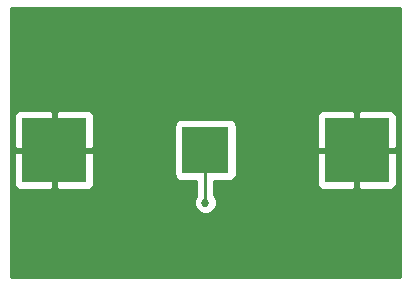
<source format=gbl>
G04 #@! TF.FileFunction,Copper,L2,Bot,Signal*
%FSLAX46Y46*%
G04 Gerber Fmt 4.6, Leading zero omitted, Abs format (unit mm)*
G04 Created by KiCad (PCBNEW 4.0.5) date Sat Feb 25 16:09:27 2017*
%MOMM*%
%LPD*%
G01*
G04 APERTURE LIST*
%ADD10C,0.100000*%
%ADD11R,4.000000X4.000000*%
%ADD12R,5.500000X5.500000*%
%ADD13C,0.685800*%
%ADD14C,0.254000*%
G04 APERTURE END LIST*
D10*
D11*
X123825000Y-93980000D03*
D12*
X136625000Y-93980000D03*
X111025000Y-93980000D03*
D13*
X123825000Y-98425000D03*
X118745000Y-92075000D03*
X127000000Y-85090000D03*
D14*
X123825000Y-93980000D02*
X123825000Y-98425000D01*
G36*
X140260000Y-104700000D02*
X107390000Y-104700000D01*
X107390000Y-94265750D01*
X107640000Y-94265750D01*
X107640000Y-96856310D01*
X107736673Y-97089699D01*
X107915302Y-97268327D01*
X108148691Y-97365000D01*
X110739250Y-97365000D01*
X110898000Y-97206250D01*
X110898000Y-94107000D01*
X111152000Y-94107000D01*
X111152000Y-97206250D01*
X111310750Y-97365000D01*
X113901309Y-97365000D01*
X114134698Y-97268327D01*
X114313327Y-97089699D01*
X114410000Y-96856310D01*
X114410000Y-94265750D01*
X114251250Y-94107000D01*
X111152000Y-94107000D01*
X110898000Y-94107000D01*
X107798750Y-94107000D01*
X107640000Y-94265750D01*
X107390000Y-94265750D01*
X107390000Y-91103690D01*
X107640000Y-91103690D01*
X107640000Y-93694250D01*
X107798750Y-93853000D01*
X110898000Y-93853000D01*
X110898000Y-90753750D01*
X111152000Y-90753750D01*
X111152000Y-93853000D01*
X114251250Y-93853000D01*
X114410000Y-93694250D01*
X114410000Y-91980000D01*
X121177560Y-91980000D01*
X121177560Y-95980000D01*
X121221838Y-96215317D01*
X121360910Y-96431441D01*
X121573110Y-96576431D01*
X121825000Y-96627440D01*
X123063000Y-96627440D01*
X123063000Y-97803917D01*
X122996460Y-97870341D01*
X122847270Y-98229630D01*
X122846931Y-98618663D01*
X122995493Y-98978212D01*
X123270341Y-99253540D01*
X123629630Y-99402730D01*
X124018663Y-99403069D01*
X124378212Y-99254507D01*
X124653540Y-98979659D01*
X124802730Y-98620370D01*
X124803069Y-98231337D01*
X124654507Y-97871788D01*
X124587000Y-97804163D01*
X124587000Y-96627440D01*
X125825000Y-96627440D01*
X126060317Y-96583162D01*
X126276441Y-96444090D01*
X126421431Y-96231890D01*
X126472440Y-95980000D01*
X126472440Y-94265750D01*
X133240000Y-94265750D01*
X133240000Y-96856310D01*
X133336673Y-97089699D01*
X133515302Y-97268327D01*
X133748691Y-97365000D01*
X136339250Y-97365000D01*
X136498000Y-97206250D01*
X136498000Y-94107000D01*
X136752000Y-94107000D01*
X136752000Y-97206250D01*
X136910750Y-97365000D01*
X139501309Y-97365000D01*
X139734698Y-97268327D01*
X139913327Y-97089699D01*
X140010000Y-96856310D01*
X140010000Y-94265750D01*
X139851250Y-94107000D01*
X136752000Y-94107000D01*
X136498000Y-94107000D01*
X133398750Y-94107000D01*
X133240000Y-94265750D01*
X126472440Y-94265750D01*
X126472440Y-91980000D01*
X126428162Y-91744683D01*
X126289090Y-91528559D01*
X126076890Y-91383569D01*
X125825000Y-91332560D01*
X121825000Y-91332560D01*
X121589683Y-91376838D01*
X121373559Y-91515910D01*
X121228569Y-91728110D01*
X121177560Y-91980000D01*
X114410000Y-91980000D01*
X114410000Y-91103690D01*
X133240000Y-91103690D01*
X133240000Y-93694250D01*
X133398750Y-93853000D01*
X136498000Y-93853000D01*
X136498000Y-90753750D01*
X136752000Y-90753750D01*
X136752000Y-93853000D01*
X139851250Y-93853000D01*
X140010000Y-93694250D01*
X140010000Y-91103690D01*
X139913327Y-90870301D01*
X139734698Y-90691673D01*
X139501309Y-90595000D01*
X136910750Y-90595000D01*
X136752000Y-90753750D01*
X136498000Y-90753750D01*
X136339250Y-90595000D01*
X133748691Y-90595000D01*
X133515302Y-90691673D01*
X133336673Y-90870301D01*
X133240000Y-91103690D01*
X114410000Y-91103690D01*
X114313327Y-90870301D01*
X114134698Y-90691673D01*
X113901309Y-90595000D01*
X111310750Y-90595000D01*
X111152000Y-90753750D01*
X110898000Y-90753750D01*
X110739250Y-90595000D01*
X108148691Y-90595000D01*
X107915302Y-90691673D01*
X107736673Y-90870301D01*
X107640000Y-91103690D01*
X107390000Y-91103690D01*
X107390000Y-81990000D01*
X140260000Y-81990000D01*
X140260000Y-104700000D01*
X140260000Y-104700000D01*
G37*
X140260000Y-104700000D02*
X107390000Y-104700000D01*
X107390000Y-94265750D01*
X107640000Y-94265750D01*
X107640000Y-96856310D01*
X107736673Y-97089699D01*
X107915302Y-97268327D01*
X108148691Y-97365000D01*
X110739250Y-97365000D01*
X110898000Y-97206250D01*
X110898000Y-94107000D01*
X111152000Y-94107000D01*
X111152000Y-97206250D01*
X111310750Y-97365000D01*
X113901309Y-97365000D01*
X114134698Y-97268327D01*
X114313327Y-97089699D01*
X114410000Y-96856310D01*
X114410000Y-94265750D01*
X114251250Y-94107000D01*
X111152000Y-94107000D01*
X110898000Y-94107000D01*
X107798750Y-94107000D01*
X107640000Y-94265750D01*
X107390000Y-94265750D01*
X107390000Y-91103690D01*
X107640000Y-91103690D01*
X107640000Y-93694250D01*
X107798750Y-93853000D01*
X110898000Y-93853000D01*
X110898000Y-90753750D01*
X111152000Y-90753750D01*
X111152000Y-93853000D01*
X114251250Y-93853000D01*
X114410000Y-93694250D01*
X114410000Y-91980000D01*
X121177560Y-91980000D01*
X121177560Y-95980000D01*
X121221838Y-96215317D01*
X121360910Y-96431441D01*
X121573110Y-96576431D01*
X121825000Y-96627440D01*
X123063000Y-96627440D01*
X123063000Y-97803917D01*
X122996460Y-97870341D01*
X122847270Y-98229630D01*
X122846931Y-98618663D01*
X122995493Y-98978212D01*
X123270341Y-99253540D01*
X123629630Y-99402730D01*
X124018663Y-99403069D01*
X124378212Y-99254507D01*
X124653540Y-98979659D01*
X124802730Y-98620370D01*
X124803069Y-98231337D01*
X124654507Y-97871788D01*
X124587000Y-97804163D01*
X124587000Y-96627440D01*
X125825000Y-96627440D01*
X126060317Y-96583162D01*
X126276441Y-96444090D01*
X126421431Y-96231890D01*
X126472440Y-95980000D01*
X126472440Y-94265750D01*
X133240000Y-94265750D01*
X133240000Y-96856310D01*
X133336673Y-97089699D01*
X133515302Y-97268327D01*
X133748691Y-97365000D01*
X136339250Y-97365000D01*
X136498000Y-97206250D01*
X136498000Y-94107000D01*
X136752000Y-94107000D01*
X136752000Y-97206250D01*
X136910750Y-97365000D01*
X139501309Y-97365000D01*
X139734698Y-97268327D01*
X139913327Y-97089699D01*
X140010000Y-96856310D01*
X140010000Y-94265750D01*
X139851250Y-94107000D01*
X136752000Y-94107000D01*
X136498000Y-94107000D01*
X133398750Y-94107000D01*
X133240000Y-94265750D01*
X126472440Y-94265750D01*
X126472440Y-91980000D01*
X126428162Y-91744683D01*
X126289090Y-91528559D01*
X126076890Y-91383569D01*
X125825000Y-91332560D01*
X121825000Y-91332560D01*
X121589683Y-91376838D01*
X121373559Y-91515910D01*
X121228569Y-91728110D01*
X121177560Y-91980000D01*
X114410000Y-91980000D01*
X114410000Y-91103690D01*
X133240000Y-91103690D01*
X133240000Y-93694250D01*
X133398750Y-93853000D01*
X136498000Y-93853000D01*
X136498000Y-90753750D01*
X136752000Y-90753750D01*
X136752000Y-93853000D01*
X139851250Y-93853000D01*
X140010000Y-93694250D01*
X140010000Y-91103690D01*
X139913327Y-90870301D01*
X139734698Y-90691673D01*
X139501309Y-90595000D01*
X136910750Y-90595000D01*
X136752000Y-90753750D01*
X136498000Y-90753750D01*
X136339250Y-90595000D01*
X133748691Y-90595000D01*
X133515302Y-90691673D01*
X133336673Y-90870301D01*
X133240000Y-91103690D01*
X114410000Y-91103690D01*
X114313327Y-90870301D01*
X114134698Y-90691673D01*
X113901309Y-90595000D01*
X111310750Y-90595000D01*
X111152000Y-90753750D01*
X110898000Y-90753750D01*
X110739250Y-90595000D01*
X108148691Y-90595000D01*
X107915302Y-90691673D01*
X107736673Y-90870301D01*
X107640000Y-91103690D01*
X107390000Y-91103690D01*
X107390000Y-81990000D01*
X140260000Y-81990000D01*
X140260000Y-104700000D01*
M02*

</source>
